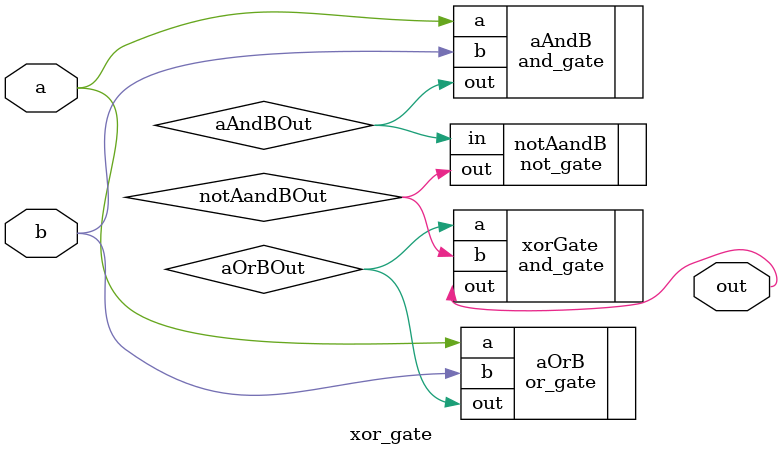
<source format=v>
`include "src/Week1/and_gate.v"
`include "src/Week1/or_gate.v"
`include "src/Week1/not_gate.v"

`ifndef XOR_GATE_V
`define XOR_GATE_V
module xor_gate(
    output wire out,
    input wire a,
    input wire b
);
    // Simple XOR gate
    // wire aOrB, notAandB;
    // assign aOrB = a | b;
    // assign notAAndB = ~(a & b);
    // assign out = aOrB & notAandB;

    wire aOrBOut;
    or_gate aOrB(
        .out(aOrBOut),
        .a(a),
        .b(b)
    );

    wire aAndBOut;
    and_gate aAndB(
        .out(aAndBOut),
        .a(a),
        .b(b)
    );

    wire notAandBOut;
    not_gate notAandB(
        .out(notAandBOut),
        .in(aAndBOut)
    );

    // A OR B, AND NOT (A AND B)
    and_gate xorGate(
        .out(out),
        .a(aOrBOut),
        .b(notAandBOut)
    );
endmodule
`endif
</source>
